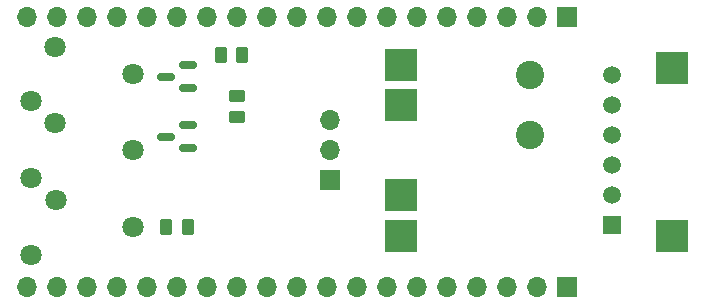
<source format=gbr>
%TF.GenerationSoftware,KiCad,Pcbnew,(7.0.0)*%
%TF.CreationDate,2023-03-09T18:41:40-05:00*%
%TF.ProjectId,Intervalometer,496e7465-7276-4616-9c6f-6d657465722e,rev?*%
%TF.SameCoordinates,Original*%
%TF.FileFunction,Soldermask,Bot*%
%TF.FilePolarity,Negative*%
%FSLAX46Y46*%
G04 Gerber Fmt 4.6, Leading zero omitted, Abs format (unit mm)*
G04 Created by KiCad (PCBNEW (7.0.0)) date 2023-03-09 18:41:40*
%MOMM*%
%LPD*%
G01*
G04 APERTURE LIST*
G04 Aperture macros list*
%AMRoundRect*
0 Rectangle with rounded corners*
0 $1 Rounding radius*
0 $2 $3 $4 $5 $6 $7 $8 $9 X,Y pos of 4 corners*
0 Add a 4 corners polygon primitive as box body*
4,1,4,$2,$3,$4,$5,$6,$7,$8,$9,$2,$3,0*
0 Add four circle primitives for the rounded corners*
1,1,$1+$1,$2,$3*
1,1,$1+$1,$4,$5*
1,1,$1+$1,$6,$7*
1,1,$1+$1,$8,$9*
0 Add four rect primitives between the rounded corners*
20,1,$1+$1,$2,$3,$4,$5,0*
20,1,$1+$1,$4,$5,$6,$7,0*
20,1,$1+$1,$6,$7,$8,$9,0*
20,1,$1+$1,$8,$9,$2,$3,0*%
G04 Aperture macros list end*
%ADD10R,1.530000X1.530000*%
%ADD11C,1.530000*%
%ADD12R,1.508000X1.508000*%
%ADD13C,1.508000*%
%ADD14C,2.400000*%
%ADD15R,1.700000X1.700000*%
%ADD16O,1.700000X1.700000*%
%ADD17R,2.800000X2.800000*%
%ADD18C,1.800000*%
%ADD19RoundRect,0.250000X0.262500X0.450000X-0.262500X0.450000X-0.262500X-0.450000X0.262500X-0.450000X0*%
%ADD20RoundRect,0.250000X0.450000X-0.262500X0.450000X0.262500X-0.450000X0.262500X-0.450000X-0.262500X0*%
%ADD21RoundRect,0.150000X0.587500X0.150000X-0.587500X0.150000X-0.587500X-0.150000X0.587500X-0.150000X0*%
G04 APERTURE END LIST*
D10*
%TO.C,U2*%
X152389999Y-76189999D03*
D11*
X149850000Y-76190000D03*
X147310000Y-76190000D03*
X144770000Y-76190000D03*
X142230000Y-76190000D03*
X139690000Y-76190000D03*
X137150000Y-76190000D03*
X134610000Y-76190000D03*
X132070000Y-76190000D03*
X129530000Y-76190000D03*
X126990000Y-76190000D03*
X124450000Y-76190000D03*
X121910000Y-76190000D03*
X119370000Y-76190000D03*
X116830000Y-76190000D03*
X114290000Y-76190000D03*
X111750000Y-76190000D03*
X109210000Y-76190000D03*
X106670000Y-76190000D03*
X106670000Y-99050000D03*
X109210000Y-99050000D03*
X111750000Y-99050000D03*
X114290000Y-99050000D03*
X116830000Y-99050000D03*
X119370000Y-99050000D03*
X121910000Y-99050000D03*
X124450000Y-99050000D03*
X126990000Y-99050000D03*
X129530000Y-99050000D03*
X132070000Y-99050000D03*
X134610000Y-99050000D03*
X137150000Y-99050000D03*
X139690000Y-99050000D03*
X142230000Y-99050000D03*
X144770000Y-99050000D03*
X147310000Y-99050000D03*
X149850000Y-99050000D03*
X152390000Y-99050000D03*
%TD*%
D12*
%TO.C,U1*%
X156206450Y-93876524D03*
D13*
X156206451Y-91336525D03*
X156206451Y-88796525D03*
X156206451Y-86256525D03*
X156206451Y-83716525D03*
X156206451Y-81176525D03*
%TD*%
D14*
%TO.C,J6*%
X149263100Y-81108811D03*
%TD*%
%TO.C,J5*%
X149263100Y-86188811D03*
%TD*%
D15*
%TO.C,J10*%
X152399999Y-99059999D03*
D16*
X149859999Y-99059999D03*
X147319999Y-99059999D03*
X144779999Y-99059999D03*
X142239999Y-99059999D03*
X139699999Y-99059999D03*
X137159999Y-99059999D03*
X134619999Y-99059999D03*
X132079999Y-99059999D03*
X129539999Y-99059999D03*
X126999999Y-99059999D03*
X124459999Y-99059999D03*
X121919999Y-99059999D03*
X119379999Y-99059999D03*
X116839999Y-99059999D03*
X114299999Y-99059999D03*
X111759999Y-99059999D03*
X109219999Y-99059999D03*
X106679999Y-99059999D03*
%TD*%
D15*
%TO.C,J9*%
X152399999Y-76199999D03*
D16*
X149859999Y-76199999D03*
X147319999Y-76199999D03*
X144779999Y-76199999D03*
X142239999Y-76199999D03*
X139699999Y-76199999D03*
X137159999Y-76199999D03*
X134619999Y-76199999D03*
X132079999Y-76199999D03*
X129539999Y-76199999D03*
X126999999Y-76199999D03*
X124459999Y-76199999D03*
X121919999Y-76199999D03*
X119379999Y-76199999D03*
X116839999Y-76199999D03*
X114299999Y-76199999D03*
X111759999Y-76199999D03*
X109219999Y-76199999D03*
X106679999Y-76199999D03*
%TD*%
D15*
%TO.C,J14*%
X138383437Y-91262263D03*
%TD*%
%TO.C,J13*%
X138390983Y-94769935D03*
%TD*%
%TO.C,J12*%
X138357667Y-83674214D03*
%TD*%
%TO.C,J11*%
X138389337Y-80265283D03*
%TD*%
%TO.C,J7*%
X161236544Y-80557198D03*
%TD*%
%TO.C,J8*%
X161250993Y-94780291D03*
%TD*%
%TO.C,J4*%
X132382790Y-90035467D03*
D16*
X132382790Y-87495467D03*
X132382790Y-84955467D03*
%TD*%
D17*
%TO.C,U3*%
X161267858Y-94770044D03*
X161267858Y-80570044D03*
X138367858Y-94770044D03*
X138367858Y-80270044D03*
X138367858Y-91270044D03*
X138367858Y-83670044D03*
%TD*%
D18*
%TO.C,J1*%
X109071992Y-85219026D03*
X107025855Y-89823643D03*
X115656745Y-87513036D03*
%TD*%
%TO.C,J3*%
X109116876Y-91741977D03*
X107070739Y-96346594D03*
X115701629Y-94035987D03*
%TD*%
%TO.C,J2*%
X109071992Y-78749274D03*
X107025855Y-83353891D03*
X115656745Y-81043284D03*
%TD*%
D19*
%TO.C,R6*%
X120292500Y-93980000D03*
X118467500Y-93980000D03*
%TD*%
D20*
%TO.C,R2*%
X124460000Y-84732500D03*
X124460000Y-82907500D03*
%TD*%
D19*
%TO.C,R3*%
X124923659Y-79445320D03*
X123098659Y-79445320D03*
%TD*%
D21*
%TO.C,Q1*%
X120317500Y-80330000D03*
X120317500Y-82230000D03*
X118442500Y-81280000D03*
%TD*%
%TO.C,Q2*%
X120317500Y-85410000D03*
X120317500Y-87310000D03*
X118442500Y-86360000D03*
%TD*%
M02*

</source>
